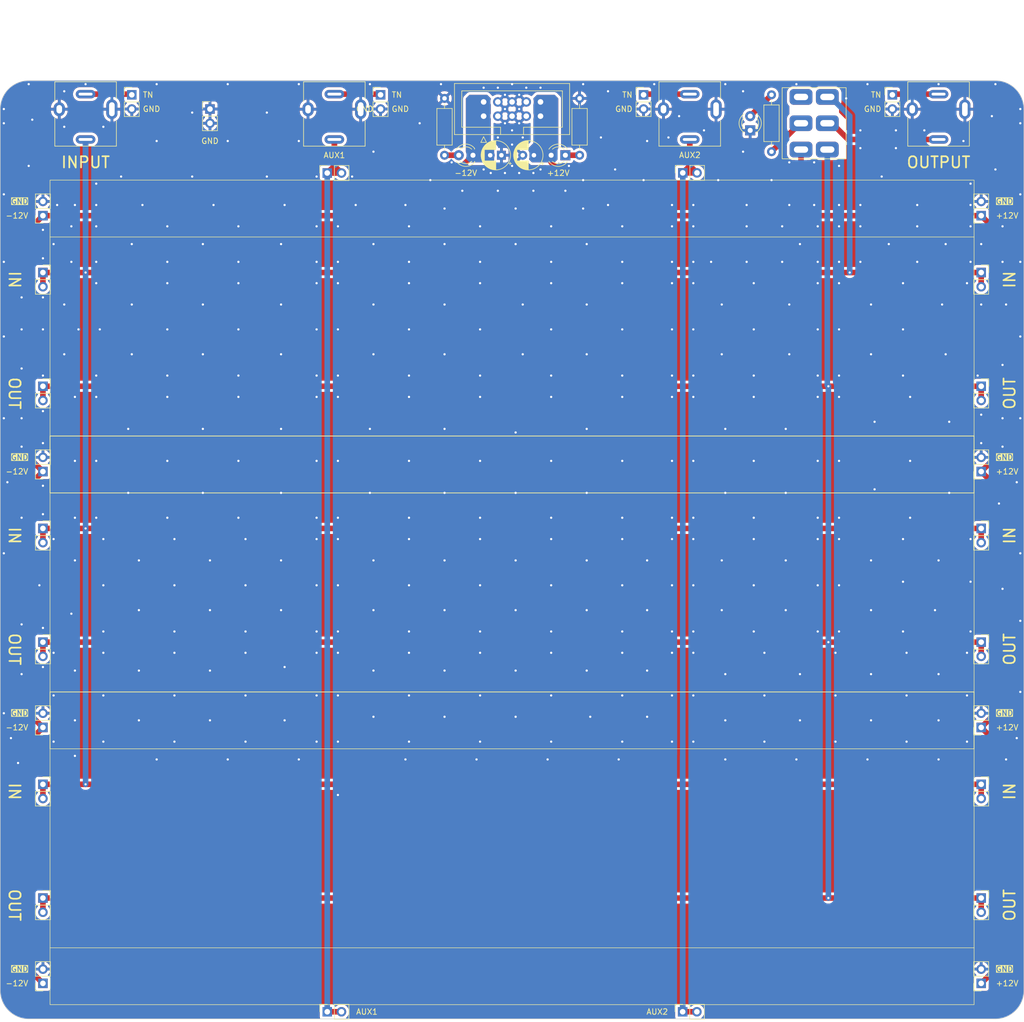
<source format=kicad_pcb>
(kicad_pcb (version 20221018) (generator pcbnew)
  (layers (0 "F.Cu" signal) (31 "B.Cu" signal) (34 "B.Paste" user) (35 "F.Paste" user) (36 "B.SilkS" user "B.Silkscreen") (37 "F.SilkS" user "F.Silkscreen") (38 "B.Mask" user) (39 "F.Mask" user) (44 "Edge.Cuts" user))
  (net 0 "")
  (net 1 "+12V")
  (net 2 "GND")
  (net 3 "-12V")
  (net 4 "Net-(D1-K)")
  (net 5 "Net-(D2-A)")
  (net 6 "Net-(D3-A)")
  (net 8 "/INPUT")
  (net 9 "/TN_IN")
  (net 10 "/OUTPUT")
  (net 11 "/TN_OUT")
  (net 12 "/AUX1")
  (net 13 "/TN_AUX1")
  (net 14 "/AUX2")
  (net 15 "/TN_AUX2")
  (net 16 "/TO_OUT")
  (net 17 "/EN")
  (footprint "Connector_PinSocket_2.54mm:PinSocket_1x02_P2.54mm_Vertical" (layer "F.Cu") (at 68.58 100.33 180)
    (fp_text reference "J9" hide)
    (fp_text value "-12V")
  )
  (footprint "Connector_PinSocket_2.54mm:PinSocket_1x02_P2.54mm_Vertical" (layer "F.Cu") (at 119.38 196.85 90)
    (fp_text reference "J23" hide)
    (fp_text value "AUX1")
  )
  (footprint "Connector_PinSocket_2.54mm:PinSocket_1x02_P2.54mm_Vertical" (layer "F.Cu") (at 236.22 85.09)
    (fp_text reference "J13" hide)
    (fp_text value "OUT")
  )
  (footprint "Connector_PinSocket_2.54mm:PinSocket_1x02_P2.54mm_Vertical" (layer "F.Cu") (at 236.22 100.33 180)
    (fp_text reference "J7" hide)
    (fp_text value "+12V")
  )
  (footprint "Connector_PinHeader_2.54mm:PinHeader_1x02_P2.54mm_Vertical" (layer "F.Cu") (at 84.455 33.02)
    (fp_text reference "JP1" hide)
    (fp_text value "TN_GND" hide)
  )
  (footprint "Connector_PinHeader_2.54mm:PinHeader_1x02_P2.54mm_Vertical" (layer "F.Cu") (at 220.345 33.02)
    (fp_text reference "JP2" hide)
    (fp_text value "TN_GND" hide)
  )
  (footprint "Capacitor_THT:CP_Radial_D5.0mm_P2.00mm" (layer "F.Cu") (at 150.495 43.815 180)
    (fp_text reference "C2" hide)
    (fp_text value "100uF" hide)
  )
  (footprint "Connector_PinHeader_2.54mm:PinHeader_1x02_P2.54mm_Vertical" (layer "F.Cu") (at 175.895 33.02)
    (fp_text reference "JP4" hide)
    (fp_text value "TN_GND" hide)
  )
  (footprint "kosmo-lib:Breadboard" (layer "F.Cu") (at 152.4 121.92)
    (fp_text reference "B2" hide)
    (fp_text value "~" hide)
  )
  (footprint "Connector_PinSocket_2.54mm:PinSocket_1x02_P2.54mm_Vertical" (layer "F.Cu") (at 236.22 191.77 180)
    (fp_text reference "J31" hide)
    (fp_text value "+12V")
  )
  (footprint "Connector_PinSocket_2.54mm:PinSocket_1x02_P2.54mm_Vertical" (layer "F.Cu") (at 119.38 46.99 90)
    (fp_text reference "J14" hide)
    (fp_text value "AUX1")
  )
  (footprint "LED_THT:LED_D3.0mm" (layer "F.Cu") (at 194.945 39.37 90)
    (fp_text reference "D3" hide)
    (fp_text value "ENABLE" hide)
  )
  (footprint "Connector_PinSocket_2.54mm:PinSocket_1x02_P2.54mm_Vertical" (layer "F.Cu") (at 68.58 191.77 180)
    (fp_text reference "J32" hide)
    (fp_text value "-12V")
  )
  (footprint "Connector_PinSocket_2.54mm:PinSocket_1x02_P2.54mm_Vertical" (layer "F.Cu") (at 182.88 196.85 90)
    (fp_text reference "J24" hide)
    (fp_text value "AUX2")
  )
  (footprint "Connector_PinSocket_2.54mm:PinSocket_1x02_P2.54mm_Vertical" (layer "F.Cu") (at 68.58 110.49)
    (fp_text reference "J21" hide)
    (fp_text value "IN")
  )
  (footprint "Connector_PinSocket_2.54mm:PinSocket_1x02_P2.54mm_Vertical" (layer "F.Cu") (at 68.58 130.81)
    (fp_text reference "J22" hide)
    (fp_text value "OUT")
  )
  (footprint "Connector_PinHeader_2.54mm:PinHeader_1x02_P2.54mm_Vertical" (layer "F.Cu") (at 128.905 33.02)
    (fp_text reference "JP3" hide)
    (fp_text value "TN_GND" hide)
  )
  (footprint "kosmo-lib:Jack_3.5mm_QingPu_WQP-PJ301BM" (layer "F.Cu") (at 228.6 36.195 180)
    (fp_text reference "J3" hide)
    (fp_text value "OUTPUT")
  )
  (footprint "Connector_PinSocket_2.54mm:PinSocket_1x02_P2.54mm_Vertical" (layer "F.Cu") (at 68.58 54.61 180)
    (fp_text reference "J8" hide)
    (fp_text value "-12V")
  )
  (footprint "Connector_IDC:IDC-Header_2x05_P2.54mm_Vertical" (layer "F.Cu") (at 147.32 36.83 90)
    (fp_text reference "J1" hide)
    (fp_text value "EURO POWER" hide)
  )
  (footprint "LED_THT:LED_D3.0mm" (layer "F.Cu") (at 145.415 43.815 180)
    (fp_text reference "D2" hide)
    (fp_text value "-12V")
  )
  (footprint "kosmo-lib:Jack_3.5mm_QingPu_WQP-PJ301BM" (layer "F.Cu") (at 184.15 36.195 180)
    (fp_text reference "J5" hide)
    (fp_text value "AUX2")
  )
  (footprint "kosmo-lib:Switch_DPDT" (layer "F.Cu") (at 206.375 38.1)
    (fp_text reference "SW1" hide)
    (fp_text value "SW_DPDT_x2")
  )
  (footprint "kosmo-lib:Jack_3.5mm_QingPu_WQP-PJ301BM" (layer "F.Cu") (at 76.2 36.195 180)
    (fp_text reference "J2" hide)
    (fp_text value "INPUT")
  )
  (footprint "kosmo-lib:Jack_3.5mm_QingPu_WQP-PJ301BM" (layer "F.Cu") (at 120.65 36.195 180)
    (fp_text reference "J4" hide)
    (fp_text value "AUX1")
  )
  (footprint "Connector_PinSocket_2.54mm:PinSocket_1x02_P2.54mm_Vertical" (layer "F.Cu") (at 68.58 85.09)
    (fp_text reference "J12" hide)
    (fp_text value "OUT")
  )
  (footprint "LED_THT:LED_D3.0mm" (layer "F.Cu") (at 161.925 43.815 180)
    (fp_text reference "D1" hide)
    (fp_text value "+12V")
  )
  (footprint "Connector_PinSocket_2.54mm:PinSocket_1x02_P2.54mm_Vertical" (layer "F.Cu") (at 236.22 130.81)
    (fp_text reference "J17" hide)
    (fp_text value "OUT")
  )
  (footprint "Connector_PinSocket_2.54mm:PinSocket_1x02_P2.54mm_Vertical" (layer "F.Cu") (at 236.22 146.05 180)
    (fp_text reference "J19" hide)
    (fp_text value "+12V")
  )
  (footprint "Connector_PinSocket_2.54mm:PinSocket_1x02_P2.54mm_Vertical" (layer "F.Cu") (at 68.58 156.21)
    (fp_text reference "J27" hide)
    (fp_text value "IN")
  )
  (footprint "Connector_PinSocket_2.54mm:PinSocket_1x02_P2.54mm_Vertical" (layer "F.Cu") (at 68.58 146.05 180)
    (fp_text reference "J20" hide)
    (fp_text value "-12V")
  )
  (footprint "Connector_PinSocket_2.54mm:PinSocket_1x02_P2.54mm_Vertical" (layer "F.Cu") (at 68.58 176.53)
    (fp_text reference "J30" hide)
    (fp_text value "OUT")
  )
  (footprint "Connector_PinSocket_2.54mm:PinSocket_1x02_P2.54mm_Vertical" (layer "F.Cu") (at 236.22 54.61 180)
    (fp_text reference "J6" hide)
    (fp_text value "+12V")
  )
  (footprint "Connector_PinHeader_2.54mm:PinHeader_1x02_P2.54mm_Vertical" (layer "F.Cu") (at 98.425 35.56)
    (fp_text reference "J18" hide)
    (fp_text value "GND")
  )
  (footprint "Connector_PinSocket_2.54mm:PinSocket_1x02_P2.54mm_Vertical" (layer "F.Cu") (at 236.22 156.21)
    (fp_text reference "J28" hide)
    (fp_text value "IN")
  )
  (footprint "Resistor_THT:R_Axial_DIN0207_L6.3mm_D2.5mm_P10.16mm_Horizontal" (layer "F.Cu") (at 198.755 43.18 90)
    (fp_text reference "R3" hide)
    (fp_text value "1k2" hide)
  )
  (footprint "kosmo-lib:Breadboard" (layer "F.Cu") (at 152.4 167.64)
    (fp_text reference "B3" hide)
    (fp_text value "~" hide)
  )
  (footprint "Connector_PinSocket_2.54mm:PinSocket_1x02_P2.54mm_Vertical" (layer "F.Cu") (at 182.9 46.965 90)
    (fp_text reference "J15" hide)
    (fp_text value "AUX2")
  )
  (footprint "Capacitor_THT:CP_Radial_D5.0mm_P2.00mm" (layer "F.Cu") (at 156.305 43.815 180)
    (fp_text reference "C1" hide)
    (fp_text value "100uF" hide)
  )
  (footprint "Connector_PinSocket_2.54mm:PinSocket_1x02_P2.54mm_Vertical" (layer "F.Cu") (at 236.22 64.77)
    (fp_text reference "J11" hide)
    (fp_text value "IN")
  )
  (footprint "Connector_PinSocket_2.54mm:PinSocket_1x02_P2.54mm_Vertical" (layer "F.Cu") (at 236.22 110.49)
    (fp_text reference "J16" hide)
    (fp_text value "IN")
  )
  (footprint "Connector_PinSocket_2.54mm:PinSocket_1x02_P2.54mm_Vertical" (layer "F.Cu") (at 68.58 64.77)
    (fp_text reference "J10" hide)
    (fp_text value "IN")
  )
  (footprint "Resistor_THT:R_Axial_DIN0207_L6.3mm_D2.5mm_P10.16mm_Horizontal" (layer "F.Cu") (at 164.465 43.815 90)
    (fp_text reference "R1" hide)
    (fp_text value "1k2" hide)
  )
  (footprint "kosmo-lib:Breadboard" (layer "F.Cu") (at 152.4 76.2)
    (fp_text reference "B1" hide)
    (fp_text value "~" hide)
  )
  (footprint "Connector_PinSocket_2.54mm:PinSocket_1x02_P2.54mm_Vertical" (layer "F.Cu") (at 236.22 176.53)
    (fp_text reference "J29" hide)
    (fp_text value "OUT")
  )
  (footprint "Resistor_THT:R_Axial_DIN0207_L6.3mm_D2.5mm_P10.16mm_Horizontal" (layer "F.Cu") (at 140.335 33.655 -90)
    (fp_text reference "R2" hide)
    (fp_text value "1k2" hide)
  )
  (gr_line (start 60.96 193.04) (end 60.96 35.56) (stroke (width 0.1)) (layer "Edge.Cuts"))
  (gr_arc (start 238.760002 30.479998) (mid 242.352104 31.967896) (end 243.840002 35.559998) (stroke (width 0.1)) (layer "Edge.Cuts"))
  (gr_line (start 66.04 198.12) (end 238.76 198.12) (stroke (width 0.1)) (layer "Edge.Cuts"))
  (gr_line (start 66.04 30.48) (end 238.760002 30.479998) (stroke (width 0.1)) (layer "Edge.Cuts"))
  (gr_line (start 243.84 193.04) (end 243.84 35.559999) (stroke (width 0.1)) (layer "Edge.Cuts"))
  (gr_arc (start 66.04 198.12) (mid 62.447898 196.632102) (end 60.96 193.04) (stroke (width 0.1)) (layer "Edge.Cuts"))
  (gr_arc (start 60.96 35.56) (mid 62.447898 31.967898) (end 66.04 30.48) (stroke (width 0.1)) (layer "Edge.Cuts"))
  (gr_arc (start 243.84 193.04) (mid 242.352102 196.632102) (end 238.76 198.12) (stroke (width 0.1)) (layer "Edge.Cuts"))
  (gr_text "GND" (at 66.04 189.23) (layer "F.SilkS" knockout) (effects (font (size 1 1)) (justify right)))
  (gr_text "GND" (at 66.04 143.51) (layer "F.SilkS" knockout) (effects (font (size 1 1)) (justify right)))
  (gr_text "GND" (at 86.36 35.56) (layer "F.SilkS") (effects (font (size 1 1)) (justify left)))
  (gr_text "TN" (at 173.99 33.02) (layer "F.SilkS") (effects (font (size 1 1)) (justify right)))
  (gr_text "GND" (at 130.81 35.56) (layer "F.SilkS") (effects (font (size 1 1)) (justify left)))
  (gr_text "GND" (at 218.44 35.56) (layer "F.SilkS") (effects (font (size 1 1)) (justify right)))
  (gr_text "GND" (at 66.04 52.07) (layer "F.SilkS" knockout) (effects (font (size 1 1)) (justify right)))
  (gr_text "TN" (at 218.44 33.02) (layer "F.SilkS") (effects (font (size 1 1)) (justify right)))
  (gr_text "GND" (at 173.99 35.56) (layer "F.SilkS") (effects (font (size 1 1)) (justify right)))
  (gr_text "GND" (at 238.76 52.07) (layer "F.SilkS" knockout) (effects (font (size 1 1)) (justify left)))
  (gr_text "TN" (at 86.36 33.02) (layer "F.SilkS") (effects (font (size 1 1)) (justify left)))
  (gr_text "GND" (at 124.46 35.56) (layer "F.SilkS") (effects (font (size 1 1)) (justify left)))
  (gr_text "GND" (at 238.76 97.79) (layer "F.SilkS" knockout) (effects (font (size 1 1)) (justify left)))
  (gr_text "GND" (at 238.76 189.23) (layer "F.SilkS" knockout) (effects (font (size 1 1)) (justify left)))
  (gr_text "GND" (at 238.76 143.51) (layer "F.SilkS" knockout) (effects (font (size 1 1)) (justify left)))
  (gr_text "TN" (at 130.81 33.02) (layer "F.SilkS") (effects (font (size 1 1)) (justify left)))
  (gr_text "GND" (at 66.04 97.79) (layer "F.SilkS" knockout) (effects (font (size 1 1)) (justify right)))
  (segment (start 203.835 54.61) (end 168.907208 54.61) (width 1) (layer "F.Cu") (net 1))
  (segment (start 204.0255 54.4195) (end 203.835 54.61) (width 1) (layer "F.Cu") (net 1))
  (segment (start 236.22 54.61) (end 203.835 54.61) (width 1) (layer "F.Cu") (net 1))
  (segment (start 236.22 146.05) (end 238.125 147.955) (width 1) (layer "F.Cu") (net 1))
  (segment (start 238.125 56.515) (end 238.125 98.425) (width 1) (layer "F.Cu") (net 1))
  (segment (start 236.22 54.61) (end 238.125 56.515) (width 1) (layer "F.Cu") (net 1))
  (segment (start 238.125 102.235) (end 238.125 144.145) (width 1) (layer "F.Cu") (net 1))
  (segment (start 236.22 100.33) (end 238.125 102.235) (width 1) (layer "F.Cu") (net 1))
  (segment (start 238.125 144.145) (end 236.22 146.05) (width 1) (layer "F.Cu") (net 1))
  (segment (start 168.907208 54.61) (end 159.385 45.087792) (width 1) (layer "F.Cu") (net 1))
  (segment (start 204.0255 42.799) (end 204.0255 54.4195) (width 1) (layer "F.Cu") (net 1))
  (segment (start 238.125 189.865) (end 236.22 191.77) (width 1) (layer "F.Cu") (net 1))
  (segment (start 159.385 45.087792) (end 159.385 43.815) (width 1) (layer "F.Cu") (net 1))
  (segment (start 238.125 147.955) (end 238.125 189.865) (width 1) (layer "F.Cu") (net 1))
  (segment (start 238.125 98.425) (end 236.22 100.33) (width 1) (layer "F.Cu") (net 1))
  (via (at 146.685 74.93) (size 0.8) (drill 0.4) (layers "F.Cu" "B.Cu") (net 2))
  (via (at 153.67 38.1) (size 0.8) (drill 0.4) (layers "F.Cu" "B.Cu") (net 2))
  (via (at 238.76 46.355) (size 0.8) (drill 0.4) (layers "F.Cu" "B.Cu") (net 2))
  (via (at 133.985 83.185) (size 0.8) (drill 0.4) (layers "F.Cu" "B.Cu") (net 2))
  (via (at 68.58 83.185) (size 0.8) (drill 0.4) (layers "F.Cu" "B.Cu") (net 2))
  (via (at 233.045 41.275) (size 0.8) (drill 0.4) (layers "F.Cu" "B.Cu") (net 2))
  (via (at 194.31 62.865) (size 0.8) (drill 0.4) (layers "F.Cu" "B.Cu") (net 2))
  (via (at 97.155 79.375) (size 0.8) (drill 0.4) (layers "F.Cu" "B.Cu") (net 2))
  (via (at 78.105 56.515) (size 0.8) (drill 0.4) (layers "F.Cu" "B.Cu") (net 2))
  (via (at 127.635 79.375) (size 0.8) (drill 0.4) (layers "F.Cu" "B.Cu") (net 2))
  (via (at 117.475 83.185) (size 0.8) (drill 0.4) (layers "F.Cu" "B.Cu") (net 2))
  (via (at 210.82 108.585) (size 0.8) (drill 0.4) (layers "F.Cu" "B.Cu") (net 2))
  (via (at 74.295 144.78) (size 0.8) (drill 0.4) (layers "F.Cu" "B.Cu") (net 2))
  (via (at 117.475 120.65) (size 0.8) (drill 0.4) (layers "F.Cu" "B.Cu") (net 2))
  (via (at 143.51 50.165) (size 0.8) (drill 0.4) (layers "F.Cu" "B.Cu") (net 2))
  (via (at 83.82 92.71) (size 0.8) (drill 0.4) (layers "F.Cu" "B.Cu") (net 2))
  (via (at 159.385 112.395) (size 0.8) (drill 0.4) (layers "F.Cu" "B.Cu") (net 2))
  (via (at 207.01 62.865) (size 0.8) (drill 0.4) (layers "F.Cu" "B.Cu") (net 2))
  (via (at 228.6 151.765) (size 0.8) (drill 0.4) (layers "F.Cu" "B.Cu") (net 2))
  (via (at 157.48 46.355) (size 0.8) (drill 0.4) (layers "F.Cu" "B.Cu") (net 2))
  (via (at 172.085 56.515) (size 0.8) (drill 0.4) (layers "F.Cu" "B.Cu") (net 2))
  (via (at 101.6 41.275) (size 0.8) (drill 0.4) (layers "F.Cu" "B.Cu") (net 2))
  (via (at 103.505 83.185) (size 0.8) (drill 0.4) (layers "F.Cu" "B.Cu") (net 2))
  (via (at 195.58 112.395) (size 0.8) (drill 0.4) (layers "F.Cu" "B.Cu") (net 2))
  (via (at 210.82 52.705) (size 0.8) (drill 0.4) (layers "F.Cu" "B.Cu") (net 2))
  (via (at 170.815 46.355) (size 0.8) (drill 0.4) (layers "F.Cu" "B.Cu") (net 2))
  (via (at 210.185 140.335) (size 0.8) (drill 0.4) (layers "F.Cu" "B.Cu") (net 2))
  (via (at 152.4 41.91) (size 0.8) (drill 0.4) (layers "F.Cu" "B.Cu") (net 2))
  (via (at 172.085 74.93) (size 0.8) (drill 0.4) (layers "F.Cu" "B.Cu") (net 2))
  (via (at 140.335 135.89) (size 0.8) (drill 0.4) (layers "F.Cu" "B.Cu") (net 2))
  (via (at 207.01 112.395) (size 0.8) (drill 0.4) (layers "F.Cu" "B.Cu") (net 2))
  (via (at 154.305 40.64) (size 0.8) (drill 0.4) (layers "F.Cu" "B.Cu") (net 2))
  (via (at 236.22 90.17) (size 0.8) (drill 0.4) (layers "F.Cu" "B.Cu") (net 2))
  (via (at 180.975 128.905) (size 0.8) (drill 0.4) (layers "F.Cu" "B.Cu") (net 2))
  (via (at 104.775 140.335) (size 0.8) (drill 0.4) (layers "F.Cu" "B.Cu") (net 2))
  (via (at 84.455 59.69) (size 0.8) (drill 0.4) (layers "F.Cu" "B.Cu") (net 2))
  (via (at 127.635 59.69) (size 0.8) (drill 0.4) (layers "F.Cu" "B.Cu") (net 2))
  (via (at 153.035 53.34) (size 0.8) (drill 0.4) (layers "F.Cu" "B.Cu") (net 2))
  (via (at 233.68 66.675) (size 0.8) (drill 0.4) (layers "F.Cu" "B.Cu") (net 2))
  (via (at 78.105 52.705) (size 0.8) (drill 0.4) (layers "F.Cu" "B.Cu") (net 2))
  (via (at 64.77 90.805) (size 0.8) (drill 0.4) (layers "F.Cu" "B.Cu") (net 2))
  (via (at 189.865 70.485) (size 0.8) (drill 0.4) (layers "F.Cu" "B.Cu") (net 2))
  (via (at 172.085 112.395) (size 0.8) (drill 0.4) (layers "F.Cu" "B.Cu") (net 2))
  (via (at 234.315 120.015) (size 0.8) (drill 0.4) (layers "F.Cu" "B.Cu") (net 2))
  (via (at 216.535 70.485) (size 0.8) (drill 0.4) (layers "F.Cu" "B.Cu") (net 2))
  (via (at 146.05 151.765) (size 0.8) (drill 0.4) (layers "F.Cu" "B.Cu") (net 2))
  (via (at 111.76 52.705) (size 0.8) (drill 0.4) (layers "F.Cu" "B.Cu") (net 2))
  (via (at 172.085 148.59) (size 0.8) (drill 0.4) (layers "F.Cu" "B.Cu") (net 2))
  (via (at 190.5 31.115) (size 0.8) (drill 0.4) (layers "F.Cu" "B.Cu") (net 2))
  (via (at 61.595 62.865) (size 0.8) (drill 0.4) (layers "F.Cu" "B.Cu") (net 2))
  (via (at 210.82 128.905) (size 0.8) (drill 0.4) (layers "F.Cu" "B.Cu") (net 2))
  (via (at 169.545 52.705) (size 0.8) (drill 0.4) (layers "F.Cu" "B.Cu") (net 2))
  (via (at 74.295 98.425) (size 0.8) (drill 0.4) (layers "F.Cu" "B.Cu") (net 2))
  (via (at 85.725 125.095) (size 0.8) (drill 0.4) (layers "F.Cu" "B.Cu") (net 2))
  (via (at 201.295 92.71) (size 0.8) (drill 0.4) (layers "F.Cu" "B.Cu") (net 2))
  (via (at 201.295 125.095) (size 0.8) (drill 0.4) (layers "F.Cu" "B.Cu") (net 2))
  (via (at 133.985 132.715) (size 0.8) (drill 0.4) (layers "F.Cu" "B.Cu") (net 2))
  (via (at 180.34 40.64) (size 0.8) (drill 0.4) (layers "F.Cu" "B.Cu") (net 2))
  (via (at 207.01 74.93) (size 0.8) (drill 0.4) (layers "F.Cu" "B.Cu") (net 2))
  (via (at 101.6 151.765) (size 0.8) (drill 0.4) (layers "F.Cu" "B.Cu") (net 2))
  (via (at 240.03 62.865) (size 0.8) (drill 0.4) (layers "F.Cu" "B.Cu") (net 2))
  (via (at 104.775 112.395) (size 0.8) (drill 0.4) (layers "F.Cu" "B.Cu") (net 2))
  (via (at 127.635 116.205) (size 0.8) (drill 0.4) (layers "F.Cu" "B.Cu") (net 2))
  (via (at 121.285 98.425) (size 0.8) (drill 0.4) (layers "F.Cu" "B.Cu") (net 2))
  (via (at 180.975 132.715) (size 0.8) (drill 0.4) (layers "F.Cu" "B.Cu") (net 2))
  (via (at 90.805 56.515) (size 0.8) (drill 0.4) (layers "F.Cu" "B.Cu") (net 2))
  (via (at 184.785 56.515) (size 0.8) (drill 0.4) (layers "F.Cu" "B.Cu") (net 2))
  (via (at 165.735 79.375) (size 0.8) (drill 0.4) (layers "F.Cu" "B.Cu") (net 2))
  (via (at 68.58 62.23) (size 0.8) (drill 0.4) (layers "F.Cu" "B.Cu") (net 2))
  (via (at 68.58 69.215) (size 0.8) (drill 0.4) (layers "F.Cu" "B.Cu") (net 2))
  (via (at 140.335 79.375) (size 0.8) (drill 0.4) (layers "F.Cu" "B.Cu") (net 2))
  (via (at 127.635 125.095) (size 0.8) (drill 0.4) (layers "F.Cu" "B.Cu") (net 2))
  (via (at 217.17 103.505) (size 0.8) (drill 0.4) (layers "F.Cu" "B.Cu") (net 2))
  (via (at 127.635 43.18) (size 0.8) (drill 0.4) (layers "F.Cu" "B.Cu") (net 2))
  (via (at 104.775 132.715) (size 0.8) (drill 0.4) (layers "F.Cu" "B.Cu") (net 2))
  (via (at 180.975 66.675) (size 0.8) (drill 0.4) (layers "F.Cu" "B.Cu") (net 2))
  (via (at 103.505 108.585) (size 0.8) (drill 0.4) (layers "F.Cu" "B.Cu") (net 2))
  (via (at 224.79 56.515) (size 0.8) (drill 0.4) (layers "F.Cu" "B.Cu") (net 2))
  (via (at 72.39 32.385) (size 0.8) (drill 0.4) (layers "F.Cu" "B.Cu") (net 2))
  (via (at 133.985 98.425) (size 0.8) (drill 0.4) (layers "F.Cu" "B.Cu") (net 2))
  (via (at 162.56 45.72) (size 0.8) (drill 0.4) (layers "F.Cu" "B.Cu") (net 2))
  (via (at 111.76 144.78) (size 0.8) (drill 0.4) (layers "F.Cu" "B.Cu") (net 2))
  (via (at 180.975 148.59) (size 0.8) (drill 0.4) (layers "F.Cu" "B.Cu") (net 2))
  (via (at 88.9 41.275) (size 0.8) (drill 0.4) (layers "F.Cu" "B.Cu") (net 2))
  (via (at 121.285 120.65) (size 0.8) (drill 0.4) (layers "F.Cu" "B.Cu") (net 2))
  (via (at 230.505 104.14) (size 0.8) (drill 0.4) (layers "F.Cu" "B.Cu") (net 2))
  (via (at 222.25 74.93) (size 0.8) (drill 0.4) (layers "F.Cu" "B.Cu") (net 2))
  (via (at 201.93 70.485) (size 0.8) (drill 0.4) (layers "F.Cu" "B.Cu") (net 2))
  (via (at 61.595 90.805) (size 0.8) (drill 0.4) (layers "F.Cu" "B.Cu") (net 2))
  (via (at 133.985 86.995) (size 0.8) (drill 0.4) (layers "F.Cu" "B.Cu") (net 2))
  (via (at 184.785 132.715) (size 0.8) (drill 0.4) (layers "F.Cu" "B.Cu") (net 2))
  (via (at 240.03 90.805) (size 0.8) (drill 0.4) (layers "F.Cu" "B.Cu") (net 2))
  (via (at 165.735 104.14) (size 0.8) (drill 0.4) (layers "F.Cu" "B.Cu") (net 2))
  (via (at 68.58 102.87) (size 0.8) (drill 0.4) (layers "F.Cu" "B.Cu") (net 2))
  (via (at 153.035 135.89) (size 0.8) (drill 0.4) (layers "F.Cu" "B.Cu") (net 2))
  (via (at 224.79 52.705) (size 0.8) (drill 0.4) (layers "F.Cu" "B.Cu") (net 2))
  (via (at 85.725 144.78) (size 0.8) (drill 0.4) (layers "F.Cu" "B.Cu") (net 2))
  (via (at 73.66 56.515) (size 0.8) (drill 0.4) (layers "F.Cu" "B.Cu") (net 2))
  (via (at 70.485 112.395) (size 0.8) (drill 0.4) (layers "F.Cu" "B.Cu") (net 2))
  (via (at 159.385 120.65) (size 0.8) (drill 0.4) (layers "F.Cu" "B.Cu") (net 2))
  (via (at 180.975 86.995) (size 0.8) (drill 0.4) (layers "F.Cu" "B.Cu") (net 2))
  (via (at 103.505 56.515) (size 0.8) (drill 0.4) (layers "F.Cu" "B.Cu") (net 2))
  (via (at 103.505 86.995) (size 0.8) (drill 0.4) (layers "F.Cu" "B.Cu") (net 2))
  (via (at 228.6 31.115) (size 0.8) (drill 0.4) (layers "F.Cu" "B.Cu") (net 2))
  (via (at 189.865 79.375) (size 0.8) (drill 0.4) (layers "F.Cu" "B.Cu") (net 2))
  (via (at 68.58 107.95) (size 0.8) (drill 0.4) (layers "F.Cu" "B.Cu") (net 2))
  (via (at 95.25 36.195) (size 0.8) (drill 0.4) (layers "F.Cu" "B.Cu") (net 2))
  (via (at 190.5 136.525) (size 0.8) (drill 0.4) (layers "F.Cu" "B.Cu") (net 2))
  (via (at 64.77 95.885) (size 0.8) (drill 0.4) (layers "F.Cu" "B.Cu") (net 2))
  (via (at 190.5 144.78) (size 0.8) (drill 0.4) (layers "F.Cu" "B.Cu") (net 2))
  (via (at 133.985 112.395) (size 0.8) (drill 0.4) (layers "F.Cu" "B.Cu") (net 2))
  (via (at 117.475 132.715) (size 0.8) (drill 0.4) (layers "F.Cu" "B.Cu") (net 2))
  (via (at 121.285 128.905) (size 0.8) (drill 0.4) (layers "F.Cu" "B.Cu") (net 2))
  (via (at 222.885 140.335) (size 0.8) (drill 0.4) (layers "F.Cu" "B.Cu") (net 2))
  (via (at 184.785 108.585) (size 0.8) (drill 0.4) (layers "F.Cu" "B.Cu") (net 2))
  (via (at 201.295 104.14) (size 0.8) (drill 0.4) (layers "F.Cu" "B.Cu") (net 2))
  (via (at 103.505 62.865) (size 0.8) (drill 0.4) (layers "F.Cu" "B.Cu") (net 2))
  (via (at 68.58 89.535) (size 0.8) (drill 0.4) (layers "F.Cu" "B.Cu") (net 2))
  (via (at 165.1 48.26) (size 0.8) (drill 0.4) (layers "F.Cu" "B.Cu") (net 2))
  (via (at 226.06 39.37) (size 0.8) (drill 0.4) (layers "F.Cu" "B.Cu") (net 2))
  (via (at 140.335 59.69) (size 0.8) (drill 0.4) (layers "F.Cu" "B.Cu") (net 2))
  (via (at 133.985 66.675) (size 0.8) (drill 0.4) (layers "F.Cu" "B.Cu") (net 2))
  (via (at 98.425 125.095) (size 0.8) (drill 0.4) (layers "F.Cu" "B.Cu") (net 2))
  (via (at 121.285 66.675) (size 0.8) (drill 0.4) (layers "F.Cu" "B.Cu") (net 2))
  (via (at 154.305 70.485) (size 0.8) (drill 0.4) (layers "F.Cu" "B.Cu") (net 2))
  (via (at 219.71 59.69) (size 0.8) (drill 0.4) (layers "F.Cu" "B.Cu") (net 2))
  (via (at 210.82 112.395) (size 0.8) (drill 0.4) (layers "F.Cu" "B.Cu") (net 2))
  (via (at 61.595 38.1) (size 0.8) (drill 0.4) (layers "F.Cu" "B.Cu") (net 2))
  (via (at 78.74 74.93) (size 0.8) (drill 0.4) (layers "F.Cu" "B.Cu") (net 2))
  (via (at 146.685 108.585) (size 0.8) (drill 0.4) (layers "F.Cu" "B.Cu") (net 2))
  (via (at 127.635 144.145) (size 0.8) (drill 0.4) (layers "F.Cu" "B.Cu") (net 2))
  (via (at 175.895 48.26) (size 0.8) (drill 0.4) (layers "F.Cu" "B.Cu") (net 2))
  (via (at 79.375 148.59) (size 0.8) (drill 0.4) (layers "F.Cu" "B.Cu") (net 2))
  (via (at 153.035 104.14) (size 0.8) (drill 0.4) (layers "F.Cu" "B.Cu") (net 2))
  (via (at 111.125 104.14) (size 0.8) (drill 0.4) (layers "F.Cu" "B.Cu") (net 2))
  (via (at 194.31 52.705) (size 0.8) (drill 0.4) (layers "F.Cu" "B.Cu") (net 2))
  (via (at 146.685 132.715) (size 0.8) (drill 0.4) (layers "F.Cu" "B.Cu") (net 2))
  (via (at 67.945 120.65) (size 0.8) (drill 0.4) (layers "F.Cu" "B.Cu") (net 2))
  (via (at 236.22 70.485) (size 0.8) (drill 0.4) (layers "F.Cu" "B.Cu") (net 2))
  (via (at 68.58 74.93) (size 0.8) (drill 0.4) (layers "F.Cu" "B.Cu") (net 2))
  (via (at 240.665 151.765) (size 0.8) (drill 0.4) (layers "F.Cu" "B.Cu") (net 2))
  (via (at 168.275 40.64) (size 0.8) (drill 0.4) (layers "F.Cu" "B.Cu") (net 2))
  (via (at 201.93 45.085) (size 0.8) (drill 0.4) (layers "F.Cu" "B.Cu") (net 2))
  (via (at 243.205 62.865) (size 0.8) (drill 0.4) (layers "F.Cu" "B.Cu") (net 2))
  (via (at 111.125 116.205) (size 0.8) (drill 0.4) (layers "F.Cu" "B.Cu") (net 2))
  (via (at 165.735 135.89) (size 0.8) (drill 0.4) (layers "F.Cu" "B.Cu") (net 2))
  (via (at 83.82 104.14) (size 0.8) (drill 0.4) (layers "F.Cu" "B.Cu") (net 2))
  (via (at 133.35 52.705) (size 0.8) (drill 0.4) (layers "F.Cu" "B.Cu") (net 2))
  (via (at 97.155 104.14) (size 0.8) (drill 0.4) (layers "F.Cu" "B.Cu") (net 2))
  (via (at 222.25 128.905) (size 0.8) (drill 0.4) (layers "F.Cu" "B.Cu") (net 2))
  (via (at 198.755 48.26) (size 0.8) (drill 0.4) (layers "F.Cu" "B.Cu") (net 2))
  (via (at 215.9 151.765) (size 0.8) (drill 0.4) (layers "F.Cu" "B.Cu") (net 2))
  (via (at 111.125 59.69) (size 0.8) (drill 0.4) (layers "F.Cu" "B.Cu") (net 2))
  (via (at 68.58 128.27) (size 0.8) (drill 0.4) (layers "F.Cu" "B.Cu") (net 2))
  (via (at 127.635 70.485) (size 0.8) (drill 0.4) (layers "F.Cu" "B.Cu") (net 2))
  (via (at 172.085 120.65) (size 0.8) (drill 0.4) (layers "F.Cu" "B.Cu") (net 2))
  (via (at 195.58 83.185) (size 0.8) (drill 0.4) (layers "F.Cu" "B.Cu") (net 2))
  (via (at 90.805 98.425) (size 0.8) (drill 0.4) (layers "F.Cu" "B.Cu") (net 2))
  (via (at 187.96 62.865) (size 0.8) (drill 0.4) (layers "F.Cu" "B.Cu") (net 2))
  (via (at 140.335 92.71) (size 0.8) (drill 0.4) (layers "F.Cu" "B.Cu") (net 2))
  (via (at 197.485 132.715) (size 0.8) (drill 0.4) (layers "F.Cu" "B.Cu") (net 2))
  (via (at 194.31 56.515) (size 0.8) (drill 0.4) (layers "F.Cu" "B.Cu") (net 2))
  (via (at 207.01 66.675) (size 0.8) (drill 0.4) (layers "F.Cu" "B.Cu") (net 2))
  (via (at 82.55 47.625) (size 0.8) (drill 0.4) (layers "F.Cu" "B.Cu") (net 2))
  (via (at 223.52 86.995) (size 0.8) (drill 0.4) (layers "F.Cu" "B.Cu") (net 2))
  (via (at 165.735 92.71) (size 0.8) (drill 0.4) (layers "F.Cu" "B.Cu") (net 2))
  (via (at 140.335 116.205) (size 0.8) (drill 0.4) (layers "F.Cu" "B.Cu") (net 2))
  (via (at 171.45 151.765) (size 0.8) (drill 0.4) (layers "F.Cu" "B.Cu") (net 2))
  (via (at 216.535 125.095) (size 0.8) (drill 0.4) (layers "F.Cu" "B.Cu") (net 2))
  (via (at 222.25 83.185) (size 0.8) (drill 0.4) (layers "F.Cu" "B.Cu") (net 2))
  (via (at 240.665 70.485) (size 0.8) (drill 0.4) (layers "F.Cu" "B.Cu") (net 2))
  (via (at 147.32 46.355) (size 0.8) (drill 0.4) (layers "F.Cu" "B.Cu") (net 2))
  (via (at 111.125 70.485) (size 0.8) (drill 0.4) (layers "F.Cu" "B.Cu") (net 2))
  (via (at 184.785 120.65) (size 0.8) (drill 0.4) (layers "F.Cu" "B.Cu") (net 2))
  (via (at 78.105 66.675) (size 0.8) (drill 0.4) (layers "F.Cu" "B.Cu") (net 2))
  (via (at 66.04 45.72) (size 0.8) (drill 0.4) (layers "F.Cu" "B.Cu") (net 2))
  (via (at 180.975 120.65) (size 0.8) (drill 0.4) (layers "F.Cu" "B.Cu") (net 2))
  (via (at 159.385 140.335) (size 0.8) (drill 0.4) (layers "F.Cu" "B.Cu") (net 2))
  (via (at 152.4 45.72) (size 0.8) (drill 0.4) (layers "F.Cu" "B.Cu") (net 2))
  (via (at 180.975 108.585) (size 0.8) (drill 0.4) (layers "F.Cu" "B.Cu") (net 2))
  (via (at 133.985 120.65) (size 0.8) (drill 0.4) (layers "F.Cu" "B.Cu") (net 2))
  (via (at 74.295 52.705) (size 0.8) (drill 0.4) (layers "F.Cu" "B.Cu") (net 2))
  (via (at 184.785 62.865) (size 0.8) (drill 0.4) (layers "F.Cu" "B.Cu") (net 2))
  (via (at 200.66 62.865) (size 0.8) (drill 0.4) (layers "F.Cu" "B.Cu") (net 2))
  (via (at 243.205 127) (size 0.8) (drill 0.4) (layers "F.Cu" "B.Cu") (net 2))
  (via (at 190.5 151.765) (size 0.8) (drill 0.4) (layers "F.Cu" "B.Cu") (net 2))
  (via (at 74.295 135.89) (size 0.8) (drill 0.4) (layers "F.Cu" "B.Cu") (net 2))
  (via (at 97.155 92.71) (size 0.8) (drill 0.4) (layers "F.Cu" "B.Cu") (net 2))
  (via (at 159.385 108.585) (size 0.8) (drill 0.4) (layers "F.Cu" "B.Cu") (net 2))
  (via (at 90.805 74.93) (size 0.8) (drill 0.4) (layers "F.Cu" "B.Cu") (net 2))
  (via (at 180.975 112.395) (size 0.8) (drill 0.4) (layers "F.Cu" "B.Cu") (net 2))
  (via (at 121.285 108.585) (size 0.8) (drill 0.4) (layers "F.Cu" "B.Cu") (net 2))
  (via (at 121.285 112.395) (size 0.8) (drill 0.4) (layers "F.Cu" "B.Cu") (net 2))
  (via (at 243.205 90.805) (size 0.8) (drill 0.4) (layers "F.Cu" "B.Cu") (net 2))
  (via (at 121.285 62.865) (size 0.8) (drill 0.4) (layers "F.Cu" "B.Cu") (net 2))
  (via (at 117.475 108.585) (size 0.8) (drill 0.4) (layers "F.Cu" "B.Cu") (net 2))
  (via (at 117.475 74.93) (size 0.8) (drill 0.4) (layers "F.Cu" "B.Cu") (net 2))
  (via (at 101.6 31.115) (size 0.8) (drill 0.4) (layers "F.Cu" "B.Cu") (net 2))
  (via (at 210.82 45.72) (size 0.8) (drill 0.4) (layers "F.Cu" "B.Cu") (net 2))
  (via (at 206.375 52.705) (size 0.8) (drill 0.4) (layers "F.Cu" "B.Cu") (net 2))
  (via (at 64.135 152.4) (size 0.8) (drill 0.4) (layers "F.Cu" "B.Cu") (net 2))
  (via (at 210.82 74.93) (size 0.8) (drill 0.4) (layers "F.Cu" "B.Cu") (net 2))
  (via (at 133.985 56.515) (size 0.8) (drill 0.4) (layers "F.Cu" "B.Cu") (net 2))
  (via (at 214.63 52.705) (size 0.8) (drill 0.4) (layers "F.Cu" "B.Cu") (net 2))
  (via (at 240.03 56.515) (size 0.8) (drill 0.4) (layers "F.Cu" "B.Cu") (net 2))
  (via (at 114.3 151.765) (size 0.8) (drill 0.4) (layers "F.Cu" "B.Cu") (net 2))
  (via (at 147.32 31.75) (size 0.8) (drill 0.4) (layers "F.Cu" "B.Cu") (net 2))
  (via (at 146.685 112.395) (size 0.8) (drill 0.4) (layers "F.Cu" "B.Cu") (net 2))
  (via (at 79.375 140.335) (size 0.8) (drill 0.4) (layers "F.Cu" "B.Cu") (net 2))
  (via (at 149.86 40.64) (size 0.8) (drill 0.4) (layers "F.Cu" "B.Cu") (net 2))
  (via (at 85.725 116.205) (size 0.8) (drill 0.4) (layers "F.Cu" "B.Cu") (net 2))
  (via (at 133.985 108.585) (size 0.8) (drill 0.4) (layers "F.Cu" "B.Cu") (net 2))
  (via (at 243.205 50.8) (size 0.8) (drill 0.4) (layers "F.Cu" "B.Cu") (net 2))
  (via (at 133.985 140.335) (size 0.8) (drill 0.4) (layers "F.Cu" "B.Cu") (net 2))
  (via (at 117.475 62.865) (size 0.8) (drill 0.4) (layers "F.Cu" "B.Cu") (net 2))
  (via (at 79.375 38.735) (size 0.8) (drill 0.4) (layers "F.Cu" "B.Cu") (net 2))
  (via (at 180.975 98.425) (size 0.8) (drill 0.4) (layers "F.Cu" "B.Cu") (net 2))
  (via (at 133.35 151.765) (size 0.8) (drill 0.4) (layers "F.Cu" "B.Cu") (net 2))
  (via (at 165.735 116.205) (size 0.8) (drill 0.4) (layers "F.Cu" "B.Cu") (net 2))
  (via (at 222.25 66.675) (size 0.8) (drill 0.4) (layers "F.Cu" "B.Cu") (net 2))
  (via (at 222.885 132.715) (size 0.8) (drill 0.4) (layers "F.Cu" "B.Cu") (net 2))
  (via (at 133.985 148.59) (size 0.8) (drill 0.4) (layers "F.Cu" "B.Cu") (net 2))
  (via (at 216.535 79.375) (size 0.8) (drill 0.4) (layers "F.Cu" "B.Cu") (net 2))
  (via (at 239.395 106.045) (size 0.8) (drill 0.4) (layers "F.Cu" "B.Cu") (net 2))
  (via (at 88.9 31.115) (size 0.8) (drill 0.4) (layers "F.Cu" "B.Cu") (net 2))
  (via (at 172.085 86.995) (size 0.8) (drill 0.4) (layers "F.Cu" "B.Cu") (net 2))
  (via (at 79.375 128.905) (size 0.8) (drill 0.4) (layers "F.Cu" "B.Cu") (net 2))
  (via (at 76.2 31.115) (size 0.8) (drill 0.4) (layers "F.Cu" "B.Cu") (net 2))
  (via (at 79.375 132.715) (size 0.8) (drill 0.4) (layers "F.Cu" "B.Cu") (net 2))
  (via (at 180.975 74.93) (size 0.8) (drill 0.4) (layers "F.Cu" "B.Cu") (net 2))
  (via (at 73.66 125.73) (size 0.8) (drill 0.4) (layers "F.Cu" "B.Cu") (net 2))
  (via (at 146.685 66.675) (size 0.8) (drill 0.4) (layers "F.Cu" "B.Cu") (net 2))
  (via (at 184.785 83.185) (size 0.8) (drill 0.4) (layers "F.Cu" "B.Cu") (net 2))
  (via (at 121.285 132.715) (size 0.8) (drill 0.4) (layers "F.Cu" "B.Cu") (net 2))
  (via (at 64.77 81.915) (size 0.8) (drill 0.4) (layers "F.Cu" "B.Cu") (net 2))
  (via (at 151.13 38.1) (size 0.8) (drill 0.4) (layers "F.Cu" "B.Cu") (net 2))
  (via (at 135.89 38.1) (size 0.8) (drill 0.4) (layers "F.Cu" "B.Cu") (net 2))
  (via (at 184.785 52.705) (size 0.8) (drill 0.4) (layers "F.Cu" "B.Cu") (net 2))
  (via (at 103.505 66.675) (size 0.8) (drill 0.4) (layers "F.Cu" "B.Cu") (net 2))
  (via (at 195.58 128.905) (size 0.8) (drill 0.4) (layers "F.Cu" "B.Cu") (net 2))
  (via (at 224.79 62.865) (size 0.8) (drill 0.4) (layers "F.Cu" "B.Cu") (net 2))
  (via (at 234.315 52.705) (size 0.8) (drill 0.4) (layers "F.Cu" "B.Cu") (net 2))
  (via (at 159.385 66.675) (size 0.8) (drill 0.4) (layers "F.Cu" "B.Cu") (net 2))
  (via (at 217.17 91.44) (size 0.8) (drill 0.4) (layers "F.Cu" "B.Cu") (net 2))
  (via (at 233.68 132.715) (size 0.8) (drill 0.4) (layers "F.Cu" "B.Cu") (net 2))
  (via (at 228.6 116.205) (size 0.8) (drill 0.4) (layers "F.Cu" "B.Cu") (net 2))
  (via (at 70.485 140.335) (size 0.8) (drill 0.4) (layers "F.Cu" "B.Cu") (net 2))
  (via (at 153.035 144.145) (size 0.8) (drill 0.4) (layers "F.Cu" "B.Cu") (net 2))
  (via (at 78.105 98.425) (size 0.8) (drill 0.4) (layers "F.Cu" "B.Cu") (net 2))
  (via (at 195.58 74.93) (size 0.8) (drill 0.4) (layers "F.Cu" "B.Cu") (net 2))
  (via (at 149.86 50.165) (size 0.8) (drill 0.4) (layers "F.Cu" "B.Cu") (net 2))
  (via (at 64.77 69.215) (size 0.8) (drill 0.4) (layers "F.Cu" "B.Cu") (net 2))
  (via (at 62.23 102.235) (size 0.8) (drill 0.4) (layers "F.Cu" "B.Cu") (net 2))
  (via (at 190.5 92.71) (size 0.8) (drill 0.4) (layers "F.Cu" "B.Cu") (net 2))
  (via (at 210.185 148.59) (size 0.8) (drill 0.4) (layers "F.Cu" "B.Cu") (net 2))
  (via (at 146.685 120.65) (size 0.8) (drill 0.4) (layers "F.Cu" "B.Cu") (net 2))
  (via (at 90.805 62.865) (size 0.8) (drill 0.4) (layers "F.Cu" "B.Cu") (net 2))
  (via (at 153.67 35.56) (size 0.8) (drill 0.4) (layers "F.Cu" "B.Cu") (net 2))
  (via (at 182.245 36.83) (size 0.8) (drill 0.4) (layers "F.Cu" "B.Cu") (net 2))
  (via (at 78.105 83.185) (size 0.8) (drill 0.4) (layers "F.Cu" "B.Cu") (net 2))
  (via (at 229.87 79.375) (size 0.8) (drill 0.4) (layers "F.Cu" "B.Cu") (net 2))
  (via (at 227.965 125.095) (size 0.8) (drill 0.4) (layers "F.Cu" "B.Cu") (net 2))
  (via (at 146.685 128.905) (size 0.8) (drill 0.4) (layers "F.Cu" "B.Cu") (net 2))
  (via (at 61.595 76.2) (size 0.8) (drill 0.4) (layers "F.Cu" "B.Cu") (net 2))
  (via (at 95.25 47.625) (size 0.8) (drill 0.4) (layers "F.Cu" "B.Cu") (net 2))
  (via (at 111.125 92.71) (size 0.8) (drill 0.4) (layers "F.Cu" "B.Cu") (net 2))
  (via (at 141.605 45.085) (size 0.8) (drill 0.4) (layers "F.Cu" "B.Cu") (net 2))
  (via (at 153.035 59.69) (size 0.8) (drill 0.4) (layers "F.Cu" "B.Cu") (net 2))
  (via (at 152.4 31.115) (size 0.8) (drill 0.4) (layers "F.Cu" "B.Cu") (net 2))
  (via (at 97.155 59.69) (size 0.8) (drill 0.4) (layers "F.Cu" "B.Cu") (net 2))
  (via (at 207.01 98.425) (size 0.8) (drill 0.4) (layers "F.Cu" "B.Cu") (net 2))
  (via (at 234.315 56.515) (size 0.8) (drill 0.4) (layers "F.Cu" "B.Cu") (net 2))
  (via (at 206.375 45.085) (size 0.8) (drill 0.4) (layers "F.Cu" "B.Cu") (net 2))
  (via (at 203.835 144.78) (size 0.8) (drill 0.4) (layers "F.Cu" "B.Cu") (net 2))
  (via (at 153.67 33.02) (size 0.8) (drill 0.4) (layers "F.Cu" "B.Cu") (net 2))
  (via (at 184.785 140.335) (size 0.8) (drill 0.4) (layers "F.Cu" "B.Cu") (net 2))
  (via (at 193.675 32.385) (size 0.8) (drill 0.4) (layers "F.Cu" "B.Cu") (net 2))
  (via (at 242.57 102.235) (size 0.8) (drill 0.4) (layers "F.Cu" "B.Cu") (net 2))
  (via (at 117.475 56.515) (size 0.8) (drill 0.4) (layers "F.Cu" "B.Cu") (net 2))
  (via (at 149.86 31.75) (size 0.8) (drill 0.4) (layers "F.Cu" "B.Cu") (net 2))
  (via (at 121.285 83.185) (size 0.8) (drill 0.4) (layers "F.Cu" "B.Cu") (net 2))
  (via (at 177.8 31.115) (size 0.8) (drill 0.4) (layers "F.Cu" "B.Cu") (net 2))
  (via (at 180.975 52.705) (size 0.8) (drill 0.4) (layers "F.Cu" "B.Cu") (net 2))
  (via (at 234.315 48.895) (size 0.8) (drill 0.4) (layers "F.Cu" "B.Cu") (net 2))
  (via (at 78.105 86.995) (size 0.8) (drill 0.4) (layers "F.Cu" "B.Cu") (net 2))
  (via (at 172.085 108.585) (size 0.8) (drill 0.4) (layers "F.Cu" "B.Cu") (net 2))
  (via (at 195.58 66.675) (size 0.8) (drill 0.4) (layers "F.Cu" "B.Cu") (net 2))
  (via (at 172.085 66.675) (size 0.8) (drill 0.4) (layers "F.Cu" "B.Cu") (net 2))
  (via (at 159.385 62.865) (size 0.8) (drill 0.4) (layers "F.Cu" "B.Cu") (net 2))
  (via (at 230.505 91.44) (size 0.8) (drill 0.4) (layers "F.Cu" "B.Cu") (net 2))
  (via (at 159.385 148.59) (size 0.8) (drill 0.4) (layers "F.Cu" "B.Cu") (net 2))
  (via (at 220.98 39.37) (size 0.8) (drill 0.4) (layers "F.Cu" "B.Cu") (net 2))
  (via (at 195.58 86.995) (size 0.8) (drill 0.4) (layers "F.Cu" "B.Cu") (net 2))
  (via (at 84.455 70.485) (size 0.8) (drill 0.4) (layers "F.Cu" "B.Cu") (net 2))
  (via (at 210.82 56.515) (size 0.8) (drill 0.4) (layers "F.Cu" "B.Cu") (net 2))
  (via (at 165.735 70.485) (size 0.8) (drill 0.4) (layers "F.Cu" "B.Cu") (net 2))
  (via (at 146.685 148.59) (size 0.8) (drill 0.4) (layers "F.Cu" "B.Cu") (net 2))
  (via (at 203.835 59.69) (size 0.8) (drill 0.4) (layers "F.Cu" "B.Cu") (net 2))
  (via (at 61.595 143.51) (size 0.8) (drill 0.4) (layers "F.Cu" "B.Cu") (net 2))
  (via (at 195.58 108.585) (size 0.8) (drill 0.4) (layers "F.Cu" "B.Cu") (net 2))
  (via (at 200.66 56.515) (size 0.8) (drill 0.4) (layers "F.Cu" "B.Cu") (net 2))
  (via (at 72.39 70.485) (size 0.8) (drill 0.4) (layers "F.Cu" "B.Cu") (net 2))
  (via (at 74.295 116.205) (size 0.8) (drill 0.4) (layers "F.Cu" "B.Cu") (net 2))
  (via (at 61.595 50.8) (size 0.8) (drill 0.4) (layers "F.Cu" "B.Cu") (net 2))
  (via (at 62.865 147.955) (size 0.8) (drill 0.4) (layers "F.Cu" "B.Cu") (net 2))
  (via (at 176.53 125.095) (size 0.8) (drill 0.4) (layers "F.Cu" "B.Cu") (net 2))
  (via (at 74.93 74.93) (size 0.8) (drill 0.4) (layers "F.Cu" "B.Cu") (net 2))
  (via (at 92.075 132.715) (size 0.8) (drill 0.4) (layers "F.Cu" "B.Cu") (net 2))
  (via (at 92.075 112.395) (size 0.8) (drill 0.4) (layers "F.Cu" "B.Cu") (net 2))
  (via (at 169.545 32.385) (size 0.8) (drill 0.4) (layers "F.Cu" "B.Cu") (net 2))
  (via (at 184.785 86.995) (size 0.8) (drill 0.4) (layers "F.Cu" "B.Cu") (net 2))
  (via (at 153.035 116.205) (size 0.8) (drill 0.4) (layers "F.Cu" "B.Cu") (net 2))
  (via (at 180.975 83.185) (size 0.8) (drill 0.4) (layers "F.Cu" "B.Cu") (net 2))
  (via (at 186.69 39.37) (size 0.8) (drill 0.4) (layers "F.Cu" "B.Cu") (net 2))
  (via (at 92.075 128.905) (size 0.8) (drill 0.4) (layers "F.Cu" "B.Cu") (net 2))
  (via (at 121.285 140.335) (size 0.8) (drill 0.4) (layers "F.Cu" "B.Cu") (net 2))
  (via (at 117.475 112.395) (size 0.8) (drill 0.4) (layers "F.Cu" "B.Cu") (net 2))
  (via (at 222.25 112.395) (size 0.8) (drill 0.4) (layers "F.Cu" "B.Cu") (net 2))
  (via (at 157.48 31.75) (size 0.8) (drill 0.4) (layers "F.Cu" "B.Cu") (net 2))
  (via (at 207.01 128.905) (size 0.8) (drill 0.4) (layers "F.Cu" "B.Cu") (net 2))
  (via (at 74.295 108.585) (size 0.8) (drill 0.4) (layers "F.Cu" "B.Cu") (net 2))
  (via (at 72.39 79.375) (size 0.8) (drill 0.4) (layers "F.Cu" "B.Cu") (net 2))
  (via (at 172.085 128.905) (size 0.8) (drill 0.4) (layers "F.Cu" "B.Cu") (net 2))
  (via (at 71.12 52.705) (size 0.8) (drill 0.4) (layers "F.Cu" "B.Cu") (net 2))
  (via (at 176.53 41.275) (size 0.8) (drill 0.4) (layers "F.Cu" "B.Cu") (net 2))
  (via (at 92.075 148.59) (size 0.8) (drill 0.4) (layers "F.Cu" "B.Cu") (net 2))
  (via (at 127 92.71) (size 0.8) (drill 0.4) (layers "F.Cu" "B.Cu") (net 2))
  (via (at 117.475 148.59) (size 0.8) (drill 0.4) (layers "F.Cu" "B.Cu") (net 2))
  (via (at 74.295 151.13) (size 0.8) (drill 0.4) (layers "F.Cu" "B.Cu") (net 2))
  (via (at 243.205 35.56) (size 0.8) (drill 0.4) (layers "F.Cu" "B.Cu") (net 2))
  (via (at 154.305 79.375) (size 0.8) (drill 0.4) (layers "F.Cu" "B.Cu") (net 2))
  (via (at 117.475 98.425) (size 0.8) (drill 0.4) (layers "F.Cu" "B.Cu") (net 2))
  (via (at 228.6 144.78) (size 0.8) (drill 0.4) (layers "F.Cu" "B.Cu") (net 2))
  (via (at 243.205 114.935) (size 0.8) (drill 0.4) (layers "F.Cu" "B.Cu") (net 2))
  (via (at 214.63 62.865) (size 0.8) (drill 0.4) (layers "F.Cu" "B.Cu") (net 2))
  (via (at 203.2 151.765) (size 0.8) (drill 0.4) (layers "F.Cu" "B.Cu") (net 2))
  (via (at 85.725 135.89) (size 0.8) (drill 0.4) (layers "F.Cu" "B.Cu") (net 2))
  (via (at 201.93 52.705) (size 0.8) (drill 0.4) (layers "F.Cu" "B.Cu") (net 2))
  (via (at 111.76 135.255) (size 0.8) (drill 0.4) (layers "F.Cu" "B.Cu") (net 2))
  (via (at 207.01 120.65) (size 0.8) (drill 0.4) (layers "F.Cu" "B.Cu") (net 2))
  (via (at 111.125 79.375) (size 0.8) (drill 0.4) (layers "F.Cu" "B.Cu") (net 2))
  (via (at 210.82 66.675) (size 0.8) (drill 0.4) (layers "F.Cu" "B.Cu") (net 2))
  (via (at 61.595 35.56) (size 0.8) (drill 0.4) (layers "F.Cu" "B.Cu") (net 2))
  (via (at 117.475 66.675) (size 0.8) (drill 0.4) (layers "F.Cu" "B.Cu") (net 2))
  (via (at 92.075 120.65) (size 0.8) (drill 0.4) (layers "F.Cu" "B.Cu") (net 2))
  (via (at 97.155 70.485) (size 0.8) (drill 0.4) (layers "F.Cu" "B.Cu") (net 2))
  (via (at 223.52 108.585) (size 0.8) (drill 0.4) (layers "F.Cu" "B.Cu") (net 2))
  (via (at 151.13 35.56) (size 0.8) (drill 0.4) (layers "F.Cu" "B.Cu") (net 2))
  (via (at 159.385 98.425) (size 0.8) (drill 0.4) (layers "F.Cu" "B.Cu") (net 2))
  (via (at 207.01 56.515) (size 0.8) (drill 0.4) (layers "F.Cu" "B.Cu") (net 2))
  (via (at 133.985 128.905) (size 0.8) (drill 0.4) (layers "F.Cu" "B.Cu") (net 2))
  (via (at 146.685 62.865) (size 0.8) (drill 0.4) (layers "F.Cu" "B.Cu") (net 2))
  (via (at 73.66 62.865) (size 0.8) (drill 0.4) (layers "F.Cu" "B.Cu") (net 2))
  (via (at 207.01 108.585) (size 0.8) (drill 0.4) (layers "F.Cu" "B.Cu") (net 2))
  (via (at 127.635 135.89) (size 0.8) (drill 0.4) (layers "F.Cu" "B.Cu") (net 2))
  (via (at 159.385 56.515) (size 0.8) (drill 0.4) (layers "F.Cu" "B.Cu") (net 2))
  (via (at 153.035 125.095) (size 0.8) (drill 0.4) (layers "F.Cu" "B.Cu") (net 2))
  (via (at 86.36 52.705) (size 0.8) (drill 0.4) (layers "F.Cu" "B.Cu") (net 2))
  (via (at 238.76 31.115) (size 0.8) (drill 0.4) (layers "F.Cu" "B.Cu") (net 2))
  (via (at 216.535 144.78) (size 0.8) (drill 0.4) (layers "F.Cu" "B.Cu") (net 2))
  (via (at 240.03 95.885) (size 0.8) (drill 0.4) (layers "F.Cu" "B.Cu") (net 2))
  (via (at 201.295 116.205) (size 0.8) (drill 0.4) (layers "F.Cu" "B.Cu") (net 2))
  (via (at 159.385 128.905) (size 0.8) (drill 0.4) (layers "F.Cu" "B.Cu") (net 2))
  (via (at 172.085 83.185) (size 0.8) (drill 0.4) (layers "F.Cu" "B.Cu") (net 2))
  (via (at 233.68 148.59) (size 0.8) (drill 0.4) (layers "F.Cu" "B.Cu") (net 2))
  (via (at 66.675 37.465) (size 0.8) (drill 0.4) (layers "F.Cu" "B.Cu") (net 2))
  (via (at 176.53 144.145) (size 0.8) (drill 0.4) (layers "F.Cu" "B.Cu") (net 2))
  (via (at 68.58 135.255) (size 0.8) (drill 0.4) (layers "F.Cu" "B.Cu") (net 2))
  (via (at 222.885 148.59) (size 0.8) (drill 0.4) (layers "F.Cu" "B.Cu") (net 2))
  (via (at 180.975 56.515) (size 0.8) (drill 0.4) (layers "F.Cu" "B.Cu") (net 2))
  (via (at 242.57 147.955) (size 0.8) (drill 0.4) (layers "F.Cu" "B.Cu") (net 2))
  (via (at 121.285 158.115) (size 0.8) (drill 0.4) (layers "F.Cu" "B.Cu") (net 2))
  (via (at 153.67 46.99) (size 0.8) (drill 0.4) (layers "F.Cu" "B.Cu") (net 2))
  (via (at 158.75 151.765) (size 0.8) (drill 0.4) (layers "F.Cu" "B.Cu") (net 2))
  (via (at 159.385 74.93) (size 0.8) (drill 0.4) (layers "F.Cu" "B.Cu") (net 2))
  (via (at 137.795 48.26) (size 0.8) (drill 0.4) (layers "F.Cu" "B.Cu") (net 2))
  (via (at 103.505 74.93) (size 0.8) (drill 0.4) (layers "F.Cu" "B.Cu") (net 2))
  (via (at 121.285 56.515) (size 0.8) (drill 0.4) (layers "F.Cu" "B.Cu") (net 2))
  (via (at 216.535 116.205) (size 0.8) (drill 0.4) (layers "F.Cu" "B.Cu") (net 2))
  (via (at 78.105 108.585) (size 0.8) (drill 0.4) (layers "F.Cu" "B.Cu") (net 2))
  (via (at 74.295 86.995) (size 0.8) (drill 0.4) (layers "F.Cu" "B.Cu") (net 2))
  (via (at 172.085 140.335) (size 0.8) (drill 0.4) (layers "F.Cu" "B.Cu") (net 2))
  (via (at 61.595 114.935) (size 0.8) (drill 0.4) (layers "F.Cu" "B.Cu") (net 2))
  (via (at 123.825 47.625) (size 0.8) (drill 0.4) (layers "F.Cu" "B.Cu") (net 2))
  (via (at 64.77 127.635) (size 0.8) (drill 0.4) (layers "F.Cu" "B.Cu") (net 2))
  (via (at 165.735 125.095) (size 0.8) (drill 0.4) (layers "F.Cu" "B.Cu") (net 2))
  (via (at 234.315 112.395) (size 0.8) (drill 0.4) (layers "F.Cu" "B.Cu") (net 2))
  (via (at 90.805 66.675) (size 0.8) (drill 0.4) (layers "F.Cu" "B.Cu") (net 2))
  (via (at 218.44 47.625) (size 0.8) (drill 0.4) (layers "F.Cu" "B.Cu") (net 2))
  (via (at 236.22 95.25) (size 0.8) (drill 0.4) (layers "F.Cu" "B.Cu") (net 2))
  (via (at 197.485 140.335) (size 0.8) (drill 0.4) (layers "F.Cu" "B.Cu") (net 2))
  (via (at 156.21 46.99) (size 0.8) (drill 0.4) (layers "F.Cu" "B.Cu") (net 2))
  (via (at 180.975 62.865) (size 0.8) (drill 0.4) (layers "F.Cu" "B.Cu") (net 2))
  (via (at 140.335 125.095) (size 0.8) (drill 0.4) (layers "F.Cu" "B.Cu") (net 2))
  (via (at 172.085 62.865) (size 0.8) (drill 0.4) (layers "F.Cu" "B.Cu") (net 2))
  (via (at 133.985 62.865) (size 0.8) (drill 0.4) (layers "F.Cu" "B.Cu") (net 2))
  (via (at 151.13 33.02) (size 0.8) (drill 0.4) (layers "F.Cu" "B.Cu") (net 2))
  (via (at 201.93 79.375) (size 0.8) (drill 0.4) (layers "F.Cu" "B.Cu") (net 2))
  (via (at 133.985 74.93) (size 0.8) (drill 0.4) (layers "F.Cu" "B.Cu") (net 2))
  (via (at 214.63 39.37) (size 0.8) (drill 0.4) (layers "F.Cu" "B.Cu") (net 2))
  (via (at 78.105 62.865) (size 0.8) (drill 0.4) (layers "F.Cu" "B.Cu") (net 2))
  (via (at 90.805 83.185) (size 0.8) (drill 0.4) (layers "F.Cu" "B.Cu") (net 2))
  (via (at 203.2 31.115) (size 0.8) (drill 0.4) (layers "F.Cu" "B.Cu") (net 2))
  (via (at 72.39 38.735) (size 0.8) (drill 0.4) (layers "F.Cu" "B.Cu") (net 2))
  (via (at 184.785 112.395) (size 0.8) (drill 0.4) (layers "F.Cu" "B.Cu") (net 2))
  (via (at 98.425 116.205) (size 0.8) (drill 0.4) (layers "F.Cu" "B.Cu") (net 2))
  (via (at 151.13 46.99) (size 0.8) (drill 0.4) (layers "F.Cu" "B.Cu") (net 2))
  (via (at 140.335 53.34) (size 0.8) (drill 0.4) (layers "F.Cu" "B.Cu") (net 2))
  (via (at 172.085 132.715) (size 0.8) (drill 0.4) (layers "F.Cu" "B.Cu") (net 2))
  (via (at 121.285 148.59) (size 0.8) (drill 0.4) (layers "F.Cu" "B.Cu") (net 2))
  (via (at 140.335 70.485) (size 0.8) (drill 0.4) (layers "F.Cu" "B.Cu") (net 2))
  (via (at 148.59 46.99) (size 0.8) (drill 0.4) (layers "F.Cu" "B.Cu") (net 2))
  (via (at 117.475 86.995) (size 0.8) (drill 0.4) (layers "F.Cu" "B.Cu") (net 2))
  (via (at 176.53 116.205) (size 0.8) (drill 0.4) (layers "F.Cu" "B.Cu") (net 2))
  (via (at 203.835 136.525) (size 0.8) (drill 0.4) (layers "F.Cu" "B.Cu") (net 2))
  (via (at 229.235 70.485) (size 0.8) (drill 0.4) (layers "F.Cu" "B.Cu") (net 2))
  (via (at 146.685 86.995) (size 0.8) (drill 0.4) (layers "F.Cu" "B.Cu") (net 2))
  (via (at 215.9 31.115) (size 0.8) (drill 0.4) (layers "F.Cu" "B.Cu") (net 2))
  (via (at 243.205 76.2) (size 0.8) (drill 0.4) (layers "F.Cu" "B.Cu") (net 2))
  (via (at 240.03 81.28) (size 0.8) (drill 0.4) (layers "F.Cu" "B.Cu") (net 2))
  (via (at 153.035 93.345) (size 0.8) (drill 0.4) (layers "F.Cu" "B.Cu") (net 2))
  (via (at 210.82 120.65) (size 0.8) (drill 0.4) (layers "F.Cu" "B.Cu") (net 2))
  (via (at 159.385 83.185) (size 0.8) (drill 0.4) (layers "F.Cu" "B.Cu") (net 2))
  (via (at 195.58 98.425) (size 0.8) (drill 0.4) (layers "F.Cu" "B.Cu") (net 2))
  (via (at 207.01 83.185) (size 0.8) (drill 0.4) (layers "F.Cu" "B.Cu") (net 2))
  (via (at 140.335 144.145) (size 0.8) (drill 0.4) (layers "F.Cu" "B.Cu") (net 2))
  (via (at 190.5 104.14) (size 0.8) (drill 0.4) (layers "F.Cu" "B.Cu") (net 2))
  (via (at 117.475 128.905) (size 0.8) (drill 0.4) (layers "F.Cu" "B.Cu") (net 2))
  (via (at 154.94 31.75) (size 0.8) (drill 0.4) (layers "F.Cu" "B.Cu") (net 2))
  (via (at 121.285 86.995) (size 0.8) (drill 0.4) (layers "F.Cu" "B.Cu") (net 2))
  (via (at 243.205 139.7) (size 0.8) (drill 0.4) (layers "F.Cu" "B.Cu") (net 2))
  (via (at 222.25 120.015) (size 0.8) (drill 0.4) (layers "F.Cu" "B.Cu") (net 2))
  (via (at 108.585 36.195) (size 0.8) (drill 0.4) (layers "F.Cu" "B.Cu") (net 2))
  (via (at 210.82 62.865) (size 0.8) (drill 0.4) (layers "F.Cu" "B.Cu") (net 2))
  (via (at 176.53 135.89) (size 0.8) (drill 0.4) (layers "F.Cu" "B.Cu") (net 2))
  (via (at 180.975 140.335) (size 0.8) (drill 0.4) (layers "F.Cu" "B.Cu") (net 2))
  (via (at 104.775 120.65) (size 0.8) (drill 0.4) (layers "F.Cu" "B.Cu") (net 2))
  (via (at 92.075 140.335) (size 0.8) (drill 0.4) (layers "F.Cu" "B.Cu") (net 2))
  (via (at 189.865 125.095) (size 0.8) (drill 0.4) (layers "F.Cu" "B.Cu") (net 2))
  (via (at 161.925 50.165) (size 0.8) (drill 0.4) (layers "F.Cu" "B.Cu") (net 2))
  (via (at 228.6 136.525) (size 0.8) (drill 0.4) (layers "F.Cu" "B.Cu") (net 2))
  (via (at 165.1 53.34) (size 0.8) (drill 0.4) (layers "F.Cu" "B.Cu") (net 2))
  (via (at 104.775 148.59) (size 0.8) (drill 0.4) (layers "F.Cu" "B.Cu") (net 2))
  (via (at 184.785 148.59) (size 0.8) (drill 0.4) (layers "F.Cu" "B.Cu") (net 2))
  (via (at 90.805 86.995) (size 0.8) (drill 0.4) (layers "F.Cu" "B.Cu") (net 2))
  (via (at 139.7 31.115) (size 0.8) (drill 0.4) (layers "F.Cu" "B.Cu") (net 2))
  (via (at 243.205 38.1) (size 0.8) (drill 0.4) (layers "F.Cu" "B.Cu") (net 2))
  (via (at 121.285 74.93) (size 0.8) (drill 0.4) (layers "F.Cu" "B.Cu") (net 2))
  (via (at 66.04 31.115) (size 0.8) (drill 0.4) (layers "F.Cu" "B.Cu") (net 2))
  (via (at 114.3 41.275) (size 0.8) (drill 0.4) (layers "F.Cu" "B.Cu") (net 2))
  (via (at 195.58 120.65) (size 0.8) (drill 0.4) (layers "F.Cu" "B.Cu") (net 2))
  (via (at 189.865 116.205) (size 0.8) (drill 0.4) (layers "F.Cu" "B.Cu") (net 2))
  (via (at 78.105 48.895) (size 0.8) (drill 0.4) (layers "F.Cu" "B.Cu") (net 2))
  (via (at 140.335 104.14) (size 0.8) (drill 0.4) (layers "F.Cu" "B.Cu") (net 2))
  (via (at 159.385 86.995) (size 0.8) (drill 0.4) (layers "F.Cu" "B.Cu") (net 2))
  (via (at 220.98 42.545) (size 0.8) (drill 0.4) (layers "F.Cu" "B.Cu") (net 2))
  (via (at 234.315 62.865) (size 0.8) (drill 0.4) (layers "F.Cu" "B.Cu") (net 2))
  (via (at 210.82 83.185) (size 0.8) (drill 0.4) (layers "F.Cu" "B.Cu") (net 2))
  (via (at 127 104.14) (size 0.8) (drill 0.4) (layers "F.Cu" "B.Cu") (net 2))
  (via (at 184.785 74.93) (size 0.8) (drill 0.4) (layers "F.Cu" "B.Cu") (net 2))
  (via (at 104.775 128.905) (size 0.8) (drill 0.4) (layers "F.Cu" "B.Cu") (net 2))
  (via (at 68.58 95.25) (size 0.8) (drill 0.4) (layers "F.Cu" "B.Cu") (net 2))
  (via (at 64.77 74.93) (size 0.8) (drill 0.4) (layers "F.Cu" "B.Cu") (net 2))
  (via (at 64.77 136.525) (size 0.8) (drill 0.4) (layers "F.Cu" "B.Cu") (net 2))
  (via (at 240.03 121.285) (size 0.8) (drill 0.4) (layers "F.Cu" "B.Cu") (net 2))
  (via (at 99.06 52.705) (size 0.8) (drill 0.4) (layers "F.Cu" "B.Cu") (net 2))
  (via (at 156.21 50.165) (size 0.8) (drill 0.4) (layers "F.Cu" "B.Cu") (net 2))
  (via (at 238.125 36.83) (size 0.8) (drill 0.4) (layers "F.Cu" "B.Cu") (net 2))
  (via (at 98.425 135.89) (size 0.8) (drill 0.4) (layers "F.Cu" "B.Cu") (net 2))
  (via (at 146.685 56.515) (size 0.8) (drill 0.4) (layers "F.Cu" "B.Cu") (net 2))
  (via (at 210.82 86.995) (size 0.8) (drill 0.4) (layers "F.Cu" "B.Cu") (net 2))
  (via (at 236.22 59.69) (size 0.8) (drill 0.4) (layers "F.Cu" "B.Cu") (net 2))
  (via (at 165.1 31.115) (size 0.8) (drill 0.4) (layers "F.Cu" "B.Cu") (net 2))
  (via (at 207.01 86.995) (size 0.8) (drill 0.4) (layers "F.Cu" "B.Cu") (net 2))
  (via (at 165.735 59.69) (size 0.8) (drill 0.4) (layers "F.Cu" "B.Cu") (net 2))
  (via (at 189.23 48.26) (size 0.8) (drill 0.4) (layers "F.Cu" "B.Cu") (net 2))
  (via (at 210.185 132.715) (size 0.8) (drill 0.4) (layers "F.Cu" "B.Cu") (net 2))
  (via (at 70.485 132.715) (size 0.8) (drill 0.4) (layers "F.Cu" "B.Cu") (net 2))
  (via (at 184.785 128.905) (size 0.8) (drill 0.4) (layers "F.Cu" "B.Cu") (net 2))
  (via (at 108.585 47.625) (size 0.8) (drill 0.4) (layers "F.Cu" "B.Cu") (net 2))
  (via (at 79.375 120.65) (size 0.8) (drill 0.4) (layers "F.Cu" "B.Cu") (net 2))
  (via (at 214.63 56.515) (size 0.8) (drill 0.4) (layers "F.Cu" "B.Cu") (net 2))
  (via (at 146.685 98.425) (size 0.8) (drill 0.4) (layers "F.Cu" "B.Cu") (net 2))
  (via (at 98.425 144.78) (size 0.8) (drill 0.4) (layers "F.Cu" "B.Cu") (net 2))
  (via (at 234.315 128.905) (size 0.8) (drill 0.4) (layers "F.Cu" "B.Cu") (net 2))
  (via (at 88.9 151.765) (size 0.8) (drill 0.4) (layers "F.Cu" "B.Cu") (net 2))
  (via (at 90.805 108.585) (size 0.8) (drill 0.4) (layers "F.Cu" "B.Cu") (net 2))
  (via (at 79.375 112.395) (size 0.8) (drill 0.4) (layers "F.Cu" "B.Cu") (net 2))
  (via (at 103.505 98.425) (size 0.8) (drill 0.4) (layers "F.Cu" "B.Cu") (net 2))
  (via (at 152.4 39.37) (size 0.8) (drill 0.4) (layers "F.Cu" "B.Cu") (net 2))
  (via (at 70.485 59.69) (size 0.8) (drill 0.4) (layers "F.Cu" "B.Cu") (net 2))
  (via (at 184.785 66.675) (size 0.8) (drill 0.4) (layers "F.Cu" "B.Cu") (net 2))
  (via (at 233.68 140.335) (size 0.8) (drill 0.4) (layers "F.Cu" "B.Cu") (net 2))
  (via (at 216.535 136.525) (size 0.8) (drill 0.4) (layers "F.Cu" "B.Cu") (net 2))
  (via (at 146.685 140.335) (size 0.8) (drill 0.4) (layers "F.Cu" "B.Cu") (net 2))
  (via (at 70.485 148.59) (size 0.8) (drill 0.4) (layers "F.Cu" "B.Cu") (net 2))
  (via (at 146.685 83.185) (size 0.8) (drill 0.4) (layers "F.Cu" "B.Cu") (net 2))
  (via (at 117.475 47.625) (size 0.8) (drill 0.4) (layers "F.Cu" "B.Cu") (net 2))
  (via (at 64.77 108.585) (size 0.8) (drill 0.4) (layers "F.Cu" "B.Cu") (net 2))
  (via (at 166.37 144.145) (size 0.8) (drill 0.4) (layers "F.Cu" "B.Cu") (net 2))
  (via (at 197.485 148.59) (size 0.8) (drill 0.4) (layers "F.Cu" "B.Cu") (net 2))
  (via (at 68.58 57.15) (size 0.8) (drill 0.4) (layers "F.Cu" "B.Cu") (net 2))
  (via (at 127 31.115) (size 0.8) (drill 0.4) (layers "F.Cu" "B.Cu") (net 2))
  (via (at 193.675 43.18) (size 0.8) (drill 0.4) (layers "F.Cu" "B.Cu") (net 2))
  (via (at 210.82 98.425) (size 0.8) (drill 0.4) (layers "F.Cu" "B.Cu") (net 2))
  (via (at 124.46 52.705) (size 0.8) (drill 0.4) (layers "F.Cu" "B.Cu") (net 2))
  (via (at 214.63 42.545) (size 0.8) (drill 0.4) (layers "F.Cu" "B.Cu") (net 2))
  (via (at 184.785 98.425) (size 0.8) (drill 0.4) (layers "F.Cu" "B.Cu") (net 2))
  (via (at 223.52 98.425) (size 0.8) (drill 0.4) (layers "F.Cu" "B.Cu") (net 2))
  (via (at 212.09 33.655) (size 0.8) (drill 0.4) (layers "F.Cu" "B.Cu") (net 2))
  (via (at 114.3 31.115) (size 0.8) (drill 0.4) (layers "F.Cu" "B.Cu") (net 2))
  (via (at 159.385 132.715) (size 0.8) (drill 0.4) (layers "F.Cu" "B.Cu") (net 2))
  (via (at 117.475 140.335) (size 0.8) (drill 0.4) (layers "F.Cu" "B.Cu") (net 2))
  (via (at 84.455 79.375) (size 0.8) (drill 0.4) (layers "F.Cu" "B.Cu") (net 2))
  (via (at 235.585 83.185) (size 0.8) (drill 0.4) (layers "F.Cu" "B.Cu") (net 2))
  (via (at 172.085 98.425) (size 0.8) (drill 0.4) (layers "F.Cu" "B.Cu") (net 2))
  (via (at 229.87 59.69) (size 0.8) (drill 0.4) (layers "F.Cu" "B.Cu") (net 2))
  (via (at 111.125 125.095) (size 0.8) (drill 0.4) (layers "F.Cu" "B.Cu") (net 2))
  (segment (start 66.675 144.145) (end 68.58 146.05) (width 1) (layer "F.Cu") (net 3))
  (segment (start 68.58 100.33) (end 66.675 102.235) (width 1) (layer "F.Cu") (net 3))
  (segment (start 68.58 146.05) (end 66.675 147.955) (width 1) (layer "F.Cu") (net 3))
  (segment (start 66.675 56.515) (end 66.675 98.425) (width 1) (layer "F.Cu") (net 3))
  (segment (start 66.675 189.865) (end 68.58 191.77) (width 1) (layer "F.Cu") (net 3))
  (segment (start 66.675 98.425) (end 68.58 100.33) (width 1) (layer "F.Cu") (net 3))
  (segment (start 66.675 147.955) (end 66.675 189.865) (width 1) (layer "F.Cu") (net 3))
  (segment (start 68.58 54.61) (end 134.62 54.61) (width 1) (layer "F.Cu") (net 3))
  (segment (start 68.58 54.61) (end 66.675 56.515) (width 1) (layer "F.Cu") (net 3))
  (segment (start 134.62 54.61) (end 145.415 43.815) (width 1) (layer "F.Cu") (net 3))
  (segment (start 66.675 102.235) (end 66.675 144.145) (width 1) (layer "F.Cu") (net 3))
  (segment (start 161.925 43.815) (end 164.465 43.815) (width 1) (layer "F.Cu") (net 4))
  (segment (start 140.335 43.815) (end 142.875 43.815) (width 1) (layer "F.Cu") (net 5))
  (segment (start 198.755 33.02) (end 194.945 36.83) (width 1) (layer "F.Cu") (net 6))
  (segment (start 236.22 156.21) (end 76.2 156.21) (width 1) (layer "F.Cu") (net 8))
  (segment (start 76.2 156.21) (end 68.58 156.21) (width 1) (layer "F.Cu") (net 8))
  (segment (start 68.58 113.03) (end 68.58 110.49) (width 1) (layer "F.Cu") (net 8))
  (segment (start 236.22 64.77) (end 76.2 64.77) (width 1) (layer "F.Cu") (net 8))
  (segment (start 68.58 156.21) (end 68.58 158.75) (width 1) (layer "F.Cu") (net 8))
  (segment (start 76.2 110.49) (end 236.22 110.49) (width 1) (layer "F.Cu") (net 8))
  (segment (start 236.22 110.49) (end 236.22 113.03) (width 1) (layer "F.Cu") (net 8))
  (segment (start 236.22 156.21) (end 236.22 158.75) (width 1) (layer "F.Cu") (net 8))
  (segment (start 236.22 64.77) (end 236.22 67.31) (width 1) (layer "F.Cu") (net 8))
  (segment (start 68.58 110.49) (end 76.2 110.49) (width 1) (layer "F.Cu") (net 8))
  (segment (start 76.2 64.77) (end 68.58 64.77) (width 1) (layer "F.Cu") (net 8))
  (segment (start 68.58 67.31) (end 68.58 64.77) (width 1) (layer "F.Cu") (net 8))
  (via (at 76.2 156.21) (size 0.8) (drill 0.4) (layers "F.Cu" "B.Cu") (net 8))
  (via (at 76.2 110.49) (size 0.8) (drill 0.4) (layers "F.Cu" "B.Cu") (net 8))
  (via (at 76.2 64.77) (size 0.8) (drill 0.4) (layers "F.Cu" "B.Cu") (net 8))
  (via (at 212.725 64.77) (size 0.8) (drill 0.4) (layers "F.Cu" "B.Cu") (net 8))
  (segment (start 212.725 64.77) (end 212.725 36.83) (width 1) (layer "B.Cu") (net 8))
  (segment (start 76.2 110.49) (end 76.2 156.21) (width 1) (layer "B.Cu") (net 8))
  (segment (start 212.725 36.83) (end 209.296 33.401) (width 1) (layer "B.Cu") (net 8))
  (segment (start 76.2 40.995) (end 76.2 64.77) (width 1) (layer "B.Cu") (net 8))
  (segment (start 76.2 40.995) (end 76.2 57.15) (width 1) (layer "B.Cu") (net 8))
  (segment (start 76.2 64.77) (end 76.2 110.49) (width 1) (layer "B.Cu") (net 8))
  (segment (start 209.296 33.401) (end 208.7245 33.401) (width 1) (layer "B.Cu") (net 8))
  (segment (start 84.33 32.895) (end 84.455 33.02) (width 1) (layer "F.Cu") (net 9))
  (segment (start 76.2 32.895) (end 84.33 32.895) (width 1) (layer "F.Cu") (net 9))
  (segment (start 209.55 38.1) (end 212.445 40.995) (width 1) (layer "F.Cu") (net 10))
  (segment (start 208.7245 38.1) (end 209.55 38.1) (width 1) (layer "F.Cu") (net 10))
  (segment (start 212.445 40.995) (end 228.6 40.995) (width 1) (layer "F.Cu") (net 10))
  (segment (start 228.6 32.895) (end 220.47 32.895) (width 1) (layer "F.Cu") (net 11))
  (segment (start 220.47 32.895) (end 220.345 33.02) (width 1) (layer "F.Cu") (net 11))
  (segment (start 119.38 46.99) (end 120.65 46.99) (width 1) (layer "F.Cu") (net 12))
  (segment (start 121.92 46.99) (end 120.65 45.72) (width 1) (layer "F.Cu") (net 12))
  (segment (start 120.65 40.995) (end 120.65 45.72) (width 1) (layer "F.Cu") (net 12))
  (segment (start 119.38 196.85) (end 121.92 196.85) (width 1) (layer "F.Cu") (net 12))
  (segment (start 120.65 45.72) (end 119.38 46.99) (width 1) (layer "F.Cu") (net 12))
  (segment (start 120.65 40.995) (end 120.65 46.99) (width 1) (layer "F.Cu") (net 12))
  (segment (start 120.65 46.99) (end 121.92 46.99) (width 1) (layer "F.Cu") (net 12))
  (segment (start 119.38 46.99) (end 119.38 196.85) (width 1) (layer "B.Cu") (net 12))
  (segment (start 128.78 32.895) (end 128.905 33.02) (width 1) (layer "F.Cu") (net 13))
  (segment (start 120.65 32.895) (end 128.78 32.895) (width 1) (layer "F.Cu") (net 13))
  (segment (start 184.15 45.715) (end 182.9 46.965) (width 1) (layer "F.Cu") (net 14))
  (segment (start 184.19 45.715) (end 184.15 45.715) (width 1) (layer "F.Cu") (net 14))
  (segment (start 185.44 46.965) (end 184.19 45.715) (width 1) (layer "F.Cu") (net 14))
  (segment (start 185.44 46.965) (end 184.15 46.965) (width 1) (layer "F.Cu") (net 14))
  (segment (start 182.88 196.85) (end 185.42 196.85) (width 1) (layer "F.Cu") (net 14))
  (segment (start 184.15 40.995) (end 184.15 46.965) (width 1) (layer "F.Cu") (net 14))
  (segment (start 184.15 46.965) (end 182.9 46.965) (width 1) (layer "F.Cu") (net 14))
  (segment (start 184.15 40.995) (end 184.15 45.715) (width 1) (layer "F.Cu") (net 14))
  (segment (start 182.9 46.965) (end 182.9 196.83) (width 1) (layer "B.Cu") (net 14))
  (segment (start 182.9 196.83) (end 182.88 196.85) (width 1) (layer "B.Cu") (net 14))
  (segment (start 182.88 196.85) (end 182.88 151.13) (width 1) (layer "B.Cu") (net 14))
  (segment (start 184.15 32.895) (end 176.02 32.895) (width 1) (layer "F.Cu") (net 15))
  (segment (start 176.02 32.895) (end 175.895 33.02) (width 1) (layer "F.Cu") (net 15))
  (segment (start 208.915 85.09) (end 236.22 85.09) (width 1) (layer "F.Cu") (net 16))
  (segment (start 236.22 87.63) (end 236.22 85.09) (width 1) (layer "F.Cu") (net 16))
  (segment (start 68.58 176.53) (end 68.58 179.07) (width 1) (layer "F.Cu") (net 16))
  (segment (start 68.58 130.81) (end 208.915 130.81) (width 1) (layer "F.Cu") (net 16))
  (segment (start 208.915 130.81) (end 236.22 130.81) (width 1) (layer "F.Cu") (net 16))
  (segment (start 236.22 130.81) (end 236.22 133.35) (width 1) (layer "F.Cu") (net 16))
  (segment (start 208.915 176.53) (end 236.22 176.53) (width 1) (layer "F.Cu") (net 16))
  (segment (start 68.58 85.09) (end 208.915 85.09) (width 1) (layer "F.Cu") (net 16))
  (segment (start 236.22 179.07) (end 236.22 176.53) (width 1) (layer "F.Cu") (net 16))
  (segment (start 68.58 130.81) (end 68.58 133.35) (width 1) (layer "F.Cu") (net 16))
  (segment (start 68.58 87.63) (end 68.58 85.09) (width 1) (layer "F.Cu") (net 16))
  (segment (start 68.58 176.53) (end 208.915 176.53) (width 1) (layer "F.Cu") (net 16))
  (via (at 208.915 176.53) (size 0.8) (drill 0.4) (layers "F.Cu" "B.Cu") (net 16))
  (via (at 208.915 130.81) (size 0.8) (drill 0.4) (layers "F.Cu" "B.Cu") (net 16))
  (via (at 208.915 85.09) (size 0.8) (drill 0.4) (layers "F.Cu" "B.Cu") (net 16))
  (segment (start 208.7245 84.8995) (end 208.7245 42.799) (width 1) (layer "B.Cu") (net 16))
  (segment (start 208.915 130.81) (end 208.915 176.53) (width 1) (layer "B.Cu") (net 16))
  (segment (start 208.915 85.09) (end 208.7245 84.8995) (width 1) (layer "B.Cu") (net 16))
  (segment (start 208.915 85.09) (end 208.915 130.81) (width 1) (layer "B.Cu") (net 16))
  (segment (start 203.835 38.1) (end 198.755 43.18) (width 1) (layer "F.Cu") (net 17))
  (segment (start 204.0255 38.1) (end 203.835 38.1) (width 1) (layer "F.Cu") (net 17))
  (zone (net 3) (net_name "-12V") (layers "F&B.Cu") (priority 2) (connect_pads yes (clearance 0.5)) (min_thickness 0.25) (fill yes (thermal_gap 0.5) (thermal_bridge_width 0.5))
    (polygon (pts (xy 144.145 33.655) (xy 144.145 44.45) (xy 144.78 45.085) (xy 148.844 45.085) (xy 149.479 44.45) (xy 149.479 42.545) (xy 148.59 41.656) (xy 148.59 33.655) (xy 147.955 33.02) (xy 144.78 33.02)))
  )
  (zone (net 2) (net_name "GND") (layers "F&B.Cu") (connect_pads (clearance 0.5)) (min_thickness 0.25) (fill yes (thermal_gap 0.5) (thermal_bridge_width 0.5))
    (polygon (pts (xy 60.96 30.48) (xy 60.96 198.12) (xy 243.84 198.12) (xy 243.84 30.48)))
  )
  (zone (net 1) (net_name "+12V") (layers "F&B.Cu") (priority 1) (connect_pads yes (clearance 0.5)) (min_thickness 0.25) (fill yes (thermal_gap 0.5) (thermal_bridge_width 0.5))
    (polygon (pts (xy 156.21 33.655) (xy 156.845 33.02) (xy 160.02 33.02) (xy 160.655 33.655) (xy 160.655 44.45) (xy 160.02 45.085) (xy 155.956 45.085) (xy 155.321 44.45) (xy 155.321 42.545) (xy 156.21 41.656)))
  )
  (zone (net 0) (net_name "") (layers "F&B.Cu") (connect_pads (clearance 0)) (min_thickness 0.25)
    (keepout (tracks allowed) (vias allowed) (pads allowed) (copperpour not_allowed) (footprints allowed))
    (fill (thermal_gap 0.5) (thermal_bridge_width 0.5))
    (polygon (pts (xy 201.93 31.75) (xy 201.93 44.45) (xy 212.09 44.45) (xy 212.09 37.465) (xy 210.82 36.195) (xy 210.82 31.75)))
  )
)
</source>
